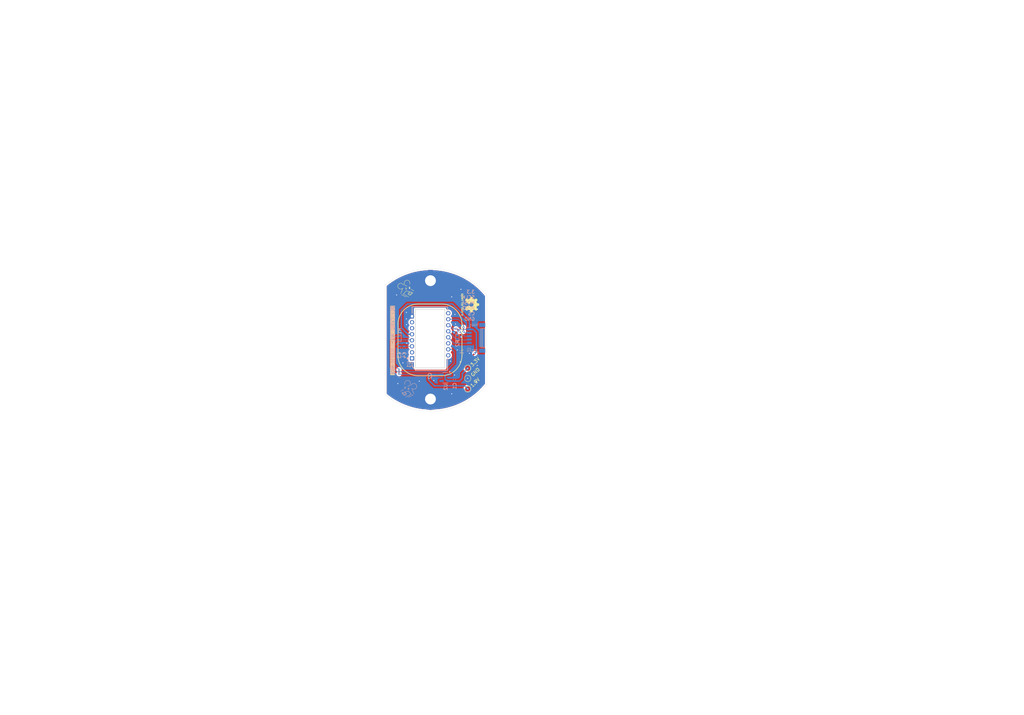
<source format=kicad_pcb>
(kicad_pcb (version 20240108) (generator "pcbnew") (generator_version "8.0")
  (title_block (title "PMW3360 JST Trackball Sensor") (date "2024-11-21") (rev "0") (company "Vincent Franco"))
  (layers (0 "F.Cu" signal) (31 "B.Cu" signal) (34 "B.Paste" user) (35 "F.Paste" user) (36 "B.SilkS" user "B.Silkscreen") (37 "F.SilkS" user "F.Silkscreen") (38 "B.Mask" user) (39 "F.Mask" user) (44 "Edge.Cuts" user))
  (net 0 "")
  (net 1 "1.9V")
  (net 3 "GND")
  (net 4 "Net-(U1-VDDPIX)")
  (net 5 "SCLK")
  (net 6 "MISO")
  (net 7 "MOSI")
  (net 8 "CS")
  (net 9 "Net-(U1-LED_P)")
  (net 17 "3.3V")
  (footprint "TestPoint:TestPoint_Pad_D1.5mm" (layer "F.Cu") (at 138.4 114.8)
    (property "Reference" "TP3" (hide yes))
    (property "Value" "1.9V" (at 2.2 -1.9 45) (layer "F.SilkS"))
    (pad "1" smd circle (at 0 0) (size 1.5 1.5) (layers "F.Cu" "F.Mask") (net 1 "1.9V"))
  )
  (footprint "TestPoint:TestPoint_Pad_D1.5mm" (layer "F.Cu") (at 138.4 111.7)
    (property "Reference" "TP2" (hide yes))
    (property "Value" "GND" (at 2.267344 -1.85 -135) (layer "F.SilkS"))
    (pad "1" smd circle (at 0 0) (size 1.5 1.5) (layers "F.Cu" "F.Mask") (net 3 "GND"))
  )
  (footprint "Symbol:OSHW-Logo2_7.3x6mm_SilkScreen" (layer "F.Cu") (at 139.03 89.87 -90)
    (property "Reference" "REF**" (hide yes))
    (property "Value" "OSHW-Logo2_7.3x6mm_SilkScreen" (hide yes))
  )
  (footprint "TestPoint:TestPoint_Pad_D1.5mm" (layer "F.Cu") (at 138.4 108.7)
    (property "Reference" "TP1" (hide yes))
    (property "Value" "3.3V" (at 2.2 -1.9 -135) (layer "F.SilkS"))
    (pad "1" smd circle (at 0 0) (size 1.5 1.5) (layers "F.Cu" "F.Mask") (net 17 "3.3V"))
  )
  (footprint "MountingHole:MountingHole_3.2mm_M3_Pad" (layer "F.Cu") (at 127.4 117.8 180)
    (property "Reference" "H2" (hide yes))
    (property "Value" "MountingHole_Pad" (hide yes))
    (pad "1" thru_hole circle (at 0 0 180) (size 6.4 6.4) (drill 3.2) (layers "*.Cu" "*.Mask") (net 3 "GND"))
  )
  (footprint "MountingHole:MountingHole_3.2mm_M3_Pad" (layer "F.Cu") (at 127.4 82.8 180)
    (property "Reference" "H1" (hide yes))
    (property "Value" "MountingHole_Pad" (hide yes))
    (pad "1" thru_hole circle (at 0 0 180) (size 6.4 6.4) (drill 3.2) (layers "*.Cu" "*.Mask") (net 3 "GND"))
  )
  (footprint "Capacitor_SMD:C_0402_1005Metric" (layer "B.Cu") (at 128.39125 111 -90)
    (property "Reference" "C2" (at 0 1.16 90) (layer "B.SilkS") (effects (justify mirror)))
    (property "Value" "1uF")
    (pad "1" smd roundrect (at -0.48 0 270) (size 0.56 0.62) (layers "B.Cu" "B.Paste" "B.Mask") (net 1 "1.9V"))
    (pad "2" smd roundrect (at 0.48 0 270) (size 0.56 0.62) (layers "B.Cu" "B.Paste" "B.Mask") (net 3 "GND"))
  )
  (footprint "Package_TO_SOT_SMD:SOT-23-5" (layer "B.Cu") (at 131.8 111.5 180)
    (property "Reference" "U2" (at -0.1 -2.7 -90) (layer "B.SilkS") (effects (justify mirror)))
    (property "Value" "TLV74318PDBVR")
    (pad "1" smd roundrect (at -1.1375 0.949999 180) (size 1.325 0.6) (layers "B.Cu" "B.Paste" "B.Mask") (net 17 "3.3V"))
    (pad "2" smd roundrect (at -1.1375 0 180) (size 1.325 0.6) (layers "B.Cu" "B.Paste" "B.Mask") (net 3 "GND"))
    (pad "3" smd roundrect (at -1.1375 -0.949999 180) (size 1.325 0.6) (layers "B.Cu" "B.Paste" "B.Mask") (net 17 "3.3V"))
    (pad "4" smd roundrect (at 1.1375 -0.949999 180) (size 1.325 0.6) (layers "B.Cu" "B.Paste" "B.Mask"))
    (pad "5" smd roundrect (at 1.1375 0.949999 180) (size 1.325 0.6) (layers "B.Cu" "B.Paste" "B.Mask") (net 1 "1.9V"))
  )
  (footprint "PCM_Resistor_SMD_AKL:R_0402_1005Metric" (layer "B.Cu") (at 135.35 99.53 -90)
    (property "Reference" "R2" (at 1.87 -0.02 90) (layer "B.SilkS") (effects (justify mirror)))
    (property "Value" "10k" (hide yes))
    (pad "1" smd roundrect (at -0.509999 0 270) (size 0.54 0.64) (layers "B.Cu" "B.Paste" "B.Mask") (net 17 "3.3V"))
    (pad "2" smd roundrect (at 0.509999 0 270) (size 0.54 0.64) (layers "B.Cu" "B.Paste" "B.Mask") (net 6 "MISO"))
  )
  (footprint "PCM_Resistor_SMD_AKL:R_0402_1005Metric" (layer "B.Cu") (at 118.27 99.799999 90)
    (property "Reference" "R1" (at 2.1 0 90) (layer "B.SilkS") (effects (justify mirror)))
    (property "Value" "39R" (hide yes))
    (pad "1" smd roundrect (at -0.509999 0 90) (size 0.54 0.64) (layers "B.Cu" "B.Paste" "B.Mask") (net 1 "1.9V"))
    (pad "2" smd roundrect (at 0.509999 0 90) (size 0.54 0.64) (layers "B.Cu" "B.Paste" "B.Mask") (net 9 "Net-(U1-LED_P)"))
  )
  (footprint "PCM_pmw3360_pcb:PMW3360DM-T2QU 16Pin" (layer "B.Cu") (at 127.3 99.6 90)
    (property "Reference" "U1" (at -8 -6.3 -90) (layer "B.SilkS") (effects (justify mirror)))
    (property "Value" "PMW3360DM-T2QU")
    (fp_poly (pts (xy -8.968 -4.35) (xy 8.332 -4.35) (xy 8.332 4.35) (xy -8.968 4.35)) (stroke (width 0.15)) (fill none) (layer "Edge.Cuts"))
    (pad "1" thru_hole rect (at -6.168 -5.35 90) (size 1.25 1.25) (drill 0.75) (layers "*.Cu" "*.Mask"))
    (pad "2" thru_hole oval (at -4.388 -5.35 90) (size 1.25 1.25) (drill 0.75) (layers "*.Cu" "*.Mask"))
    (pad "3" thru_hole oval (at -2.608 -5.35 90) (size 1.25 1.25) (drill 0.75) (layers "*.Cu" "*.Mask") (net 4 "Net-(U1-VDDPIX)"))
    (pad "4" thru_hole oval (at -0.828 -5.35 90) (size 1.25 1.25) (drill 0.75) (layers "*.Cu" "*.Mask") (net 1 "1.9V"))
    (pad "5" thru_hole oval (at 0.952 -5.35 90) (size 1.25 1.25) (drill 0.75) (layers "*.Cu" "*.Mask") (net 17 "3.3V"))
    (pad "6" thru_hole oval (at 2.732 -5.35 90) (size 1.25 1.25) (drill 0.75) (layers "*.Cu" "*.Mask"))
    (pad "7" thru_hole oval (at 4.512 -5.35 90) (size 1.25 1.25) (drill 0.75) (layers "*.Cu" "*.Mask"))
    (pad "8" thru_hole oval (at 6.292 -5.35 90) (size 1.25 1.25) (drill 0.75) (layers "*.Cu" "*.Mask") (net 3 "GND"))
    (pad "9" thru_hole oval (at 7.182 5.35 90) (size 1.25 1.25) (drill 0.75) (layers "*.Cu" "*.Mask"))
    (pad "10" thru_hole oval (at 5.402 5.35 90) (size 1.25 1.25) (drill 0.75) (layers "*.Cu" "*.Mask") (net 5 "SCLK"))
    (pad "11" thru_hole oval (at 3.622 5.35 90) (size 1.25 1.25) (drill 0.75) (layers "*.Cu" "*.Mask") (net 7 "MOSI"))
    (pad "12" thru_hole oval (at 1.842 5.35 90) (size 1.25 1.25) (drill 0.75) (layers "*.Cu" "*.Mask") (net 6 "MISO"))
    (pad "13" thru_hole oval (at 0.062 5.35 90) (size 1.25 1.25) (drill 0.75) (layers "*.Cu" "*.Mask") (net 8 "CS"))
    (pad "14" thru_hole oval (at -1.718 5.35 90) (size 1.25 1.25) (drill 0.75) (layers "*.Cu" "*.Mask"))
    (pad "15" thru_hole oval (at -3.498 5.35 90) (size 1.25 1.25) (drill 0.75) (layers "*.Cu" "*.Mask") (net 9 "Net-(U1-LED_P)"))
    (pad "16" thru_hole oval (at -5.278 5.35 90) (size 1.25 1.25) (drill 0.75) (layers "*.Cu" "*.Mask"))
    (zone (net 0) (net_name "") (layers "*.Cu" "B.CrtYd") (connect_pads (clearance 0)) (min_thickness 0.254)
      (keepout (tracks not_allowed) (vias not_allowed) (pads not_allowed) (copperpour not_allowed) (footprints not_allowed))
      (fill (thermal_gap 0.508) (thermal_bridge_width 0.508))
      (polygon (pts (xy 122.9312 91.2688) (xy 122.982 108.5916) (xy 131.6688 108.5916) (xy 131.6688 91.2688)))
    )
  )
  (footprint "Capacitor_SMD:C_0402_1005Metric" (layer "B.Cu") (at 134.49125 112 90)
    (property "Reference" "C1" (at -1.949999 0.0625 -90) (layer "B.SilkS") (effects (justify mirror)))
    (property "Value" "1uF")
    (pad "1" smd roundrect (at -0.48 0 90) (size 0.56 0.62) (layers "B.Cu" "B.Paste" "B.Mask") (net 17 "3.3V"))
    (pad "2" smd roundrect (at 0.48 0 90) (size 0.56 0.62) (layers "B.Cu" "B.Paste" "B.Mask") (net 3 "GND"))
  )
  (footprint "PCM_marbastlib-xp-various:SM06B-SRSS-TB(LF)(SN)" (layer "B.Cu") (at 141.4 99.7 -90)
    (property "Reference" "J1" (at 4.11 4.74 90) (layer "B.SilkS") (effects (font (thickness 0.1)) (justify mirror)))
    (property "Value" "SM06B-SRSS-TB(LF)(SN)")
    (pad "1" smd rect (at 2.5 2.5 270) (size 0.6 1.4) (layers "B.Cu" "B.Paste" "B.Mask") (net 3 "GND"))
    (pad "2" smd rect (at 1.5 2.5 270) (size 0.6 1.4) (layers "B.Cu" "B.Paste" "B.Mask") (net 8 "CS"))
    (pad "3" smd rect (at 0.5 2.5 270) (size 0.6 1.4) (layers "B.Cu" "B.Paste" "B.Mask") (net 6 "MISO"))
    (pad "4" smd rect (at -0.5 2.5 270) (size 0.6 1.4) (layers "B.Cu" "B.Paste" "B.Mask") (net 7 "MOSI"))
    (pad "5" smd rect (at -1.5 2.5 270) (size 0.6 1.4) (layers "B.Cu" "B.Paste" "B.Mask") (net 5 "SCLK"))
    (pad "6" smd rect (at -2.5 2.5 270) (size 0.6 1.4) (layers "B.Cu" "B.Paste" "B.Mask") (net 17 "3.3V"))
    (pad "MP" smd rect (at -3.8 -1.3 270) (size 1.2 1.8) (layers "B.Cu" "B.Paste" "B.Mask"))
    (pad "MP" smd rect (at 3.8 -1.3 270) (size 1.2 1.8) (layers "B.Cu" "B.Paste" "B.Mask"))
  )
  (footprint "Capacitor_SMD:C_0402_1005Metric" (layer "B.Cu") (at 118.2 102.7 -90)
    (property "Reference" "C3" (at 2.1 0 90) (layer "B.SilkS") (effects (justify mirror)))
    (property "Value" "4.7uF/10V")
    (pad "1" smd roundrect (at -0.48 0 270) (size 0.56 0.62) (layers "B.Cu" "B.Paste" "B.Mask") (net 4 "Net-(U1-VDDPIX)"))
    (pad "2" smd roundrect (at 0.48 0 270) (size 0.56 0.62) (layers "B.Cu" "B.Paste" "B.Mask") (net 3 "GND"))
  )
  (footprint "Capacitor_SMD:C_0402_1005Metric" (layer "B.Cu") (at 119.6 102.7 -90)
    (property "Reference" "C4" (at 2.1 -0.1 90) (layer "B.SilkS") (effects (justify mirror)))
    (property "Value" "100nF")
    (pad "1" smd roundrect (at -0.48 0 270) (size 0.56 0.62) (layers "B.Cu" "B.Paste" "B.Mask") (net 4 "Net-(U1-VDDPIX)"))
    (pad "2" smd roundrect (at 0.48 0 270) (size 0.56 0.62) (layers "B.Cu" "B.Paste" "B.Mask") (net 3 "GND"))
  )
  (gr_line (start 118.6 115.45) (end 119.512132 114.937868) (stroke (width 0.1)) (layer "B.SilkS"))
  (gr_line (start 119.65 114.65) (end 120.15 114.25) (stroke (width 0.1)) (layer "B.SilkS"))
  (gr_line (start 120.9 117.25) (end 122.3 116.55) (stroke (width 0.1)) (layer "B.SilkS"))
  (gr_poly (pts (xy 119.612133 116.737868) (xy 119.912133 116.737868) (xy 119.312132 116.037868) (xy 119.012132 116.137867)) (stroke (width 0.1)) (fill none) (layer "B.SilkS"))
  (gr_arc (start 119.859623 113.503555) (mid 121.1 112.431643) (end 120.63744 114.004401) (stroke (width 0.1)) (layer "B.SilkS"))
  (gr_line (start 120.9 115.45) (end 118.9 115.95) (stroke (width 0.1)) (layer "B.SilkS"))
  (gr_line (start 121.05 115.05) (end 120.75 114.45) (stroke (width 0.1)) (layer "B.SilkS"))
  (gr_line (start 120.65 114.949999) (end 121.15 114.55) (stroke (width 0.1)) (layer "B.SilkS"))
  (gr_poly (pts (xy 120.324264 116.225736) (xy 120.012132 115.837868) (xy 119.812131 115.937868) (xy 120.212132 116.637868)) (stroke (width 0.1)) (fill none) (layer "B.SilkS"))
  (gr_line (start 120.05 114.75) (end 119.75 114.15) (stroke (width 0.1)) (layer "B.SilkS"))
  (gr_arc (start 121.7 113.75) (mid 123.335033 113.869124) (end 121.895847 114.654152) (stroke (width 0.1)) (layer "B.SilkS"))
  (gr_line (start 120.2 117.25) (end 121.7 116.35) (stroke (width 0.1)) (layer "B.SilkS"))
  (gr_line (start 122.5 116.25) (end 121.9 114.750001) (stroke (width 0.1)) (layer "B.SilkS"))
  (gr_line (start 121.7 116.35) (end 120.9 115.45) (stroke (width 0.1)) (layer "B.SilkS"))
  (gr_line (start 119.962132 84.912132) (end 120.462132 85.312132) (stroke (width 0.1)) (layer "F.SilkS"))
  (gr_line (start 123.8 89.7) (end 130.7 89.7) (stroke (width 0.2)) (layer "F.SilkS"))
  (gr_line (start 117.8 104.9) (end 117.8 95.7) (stroke (width 0.2)) (layer "F.SilkS"))
  (gr_arc (start 136.7 104.9) (mid 134.942641 109.142641) (end 130.7 110.9) (stroke (width 0.2)) (layer "F.SilkS"))
  (gr_line (start 121.362132 84.512132) (end 121.062132 85.112132) (stroke (width 0.1)) (layer "F.SilkS"))
  (gr_line (start 120.962132 84.612132) (end 121.462132 85.012132) (stroke (width 0.1)) (layer "F.SilkS"))
  (gr_arc (start 123.8 110.9) (mid 119.557359 109.142641) (end 117.8 104.9) (stroke (width 0.2)) (layer "F.SilkS"))
  (gr_line (start 120.212132 85.812132) (end 119.412132 86.712132) (stroke (width 0.1)) (layer "F.SilkS"))
  (gr_poly (pts (xy 120.787868 86.587868) (xy 121.1 86.2) (xy 121.3 86.3) (xy 120.9 87)) (stroke (width 0.1)) (fill none) (layer "F.SilkS"))
  (gr_line (start 136.7 95.7) (end 136.7 104.9) (stroke (width 0.2)) (layer "F.SilkS"))
  (gr_arc (start 119.216285 85.016284) (mid 117.777098 84.231256) (end 119.412132 84.112132) (stroke (width 0.1)) (layer "F.SilkS"))
  (gr_line (start 119.412132 86.712132) (end 120.912132 87.612132) (stroke (width 0.1)) (layer "F.SilkS"))
  (gr_arc (start 117.8 95.7) (mid 119.557359 91.457359) (end 123.8 89.7) (stroke (width 0.2)) (layer "F.SilkS"))
  (gr_arc (start 130.7 89.7) (mid 134.942641 91.457359) (end 136.7 95.7) (stroke (width 0.2)) (layer "F.SilkS"))
  (gr_poly (pts (xy 121.5 87.1) (xy 121.2 87.1) (xy 121.8 86.4) (xy 122.1 86.5)) (stroke (width 0.1)) (fill none) (layer "F.SilkS"))
  (gr_line (start 118.812132 86.912132) (end 120.212132 87.612132) (stroke (width 0.1)) (layer "F.SilkS"))
  (gr_line (start 130.7 110.9) (end 123.8 110.9) (stroke (width 0.2)) (layer "F.SilkS"))
  (gr_line (start 122.212132 86.312132) (end 120.212132 85.812132) (stroke (width 0.1)) (layer "F.SilkS"))
  (gr_line (start 121.6 85.3) (end 122.512132 85.812132) (stroke (width 0.1)) (layer "F.SilkS"))
  (gr_line (start 119.212132 85.112132) (end 118.612132 86.612132) (stroke (width 0.1)) (layer "F.SilkS"))
  (gr_arc (start 120.474692 84.366533) (mid 120.012132 82.793775) (end 121.252509 83.865686) (stroke (width 0.1)) (layer "F.SilkS"))
  (gr_line (start 120.362132 84.812132) (end 120.062132 85.412132) (stroke (width 0.1)) (layer "F.SilkS"))
  (gr_arc (start 114 84.1) (mid 129.657951 79.323031) (end 144.01542 87.187758) (stroke (width 0.05)) (layer "Edge.Cuts"))
  (gr_line (start 114 84.1) (end 114 116.5) (stroke (width 0.05)) (layer "Edge.Cuts"))
  (gr_arc (start 144.01542 113.412242) (mid 129.657951 121.276969) (end 114 116.5) (stroke (width 0.05)) (layer "Edge.Cuts"))
  (gr_line (start 144.01542 87.187758) (end 144.01542 113.412242) (stroke (width 0.05)) (layer "Edge.Cuts"))
  (gr_text "3.3\nSCLK\nMOSI\nMISO\nCS\nGND" (at 140.58 94.73 0) (layer "B.SilkS") (effects (font (size 1 1)) (justify left bottom mirror)))
  (gr_text "REV0.2 - VINCENT FRANCO" (at 115.6 110.8 270) (layer "B.SilkS" knockout) (effects (font (size 1 1) (thickness 0.1)) (justify left bottom mirror)))
  (gr_text "DESIGNED WITH <3 IN MKE" (at 115.57 90.1 -90) (layer "F.SilkS" knockout) (effects (font (size 1 1)) (justify left bottom)))
  (segment (start 118.13 110.31) (end 118.11 110.29) (width 0.2) (layer "F.Cu") (net 1))
  (segment (start 118.11 110.29) (end 118.11 109.11) (width 0.2) (layer "F.Cu") (net 1))
  (via (at 138.4 114.8) (size 0.6) (drill 0.3) (layers "F.Cu" "B.Cu") (net 1))
  (via (at 118.13 110.31) (size 0.6) (drill 0.3) (layers "F.Cu" "B.Cu") (net 1))
  (via (at 118.11 109.11) (size 0.6) (drill 0.3) (layers "F.Cu" "B.Cu") (net 1))
  (segment (start 128.56 113.89) (end 137.49 113.89) (width 0.4) (layer "B.Cu") (net 1))
  (segment (start 116.57 107.57) (end 116.57 101.22) (width 0.2) (layer "B.Cu") (net 1))
  (segment (start 128.39125 110.52) (end 127.51 110.52) (width 0.4) (layer "B.Cu") (net 1))
  (segment (start 118.11 109.11) (end 116.57 107.57) (width 0.2) (layer "B.Cu") (net 1))
  (segment (start 128.421251 110.550001) (end 128.39125 110.52) (width 0.4) (layer "B.Cu") (net 1))
  (segment (start 118.34 110.52) (end 128.39125 110.52) (width 0.2) (layer "B.Cu") (net 1))
  (segment (start 118.13 110.31) (end 118.34 110.52) (width 0.2) (layer "B.Cu") (net 1))
  (segment (start 126.85 111.18) (end 126.85 112.18) (width 0.4) (layer "B.Cu") (net 1))
  (segment (start 121.831998 100.309998) (end 121.95 100.428) (width 0.2) (layer "B.Cu") (net 1))
  (segment (start 126.85 112.18) (end 128.56 113.89) (width 0.4) (layer "B.Cu") (net 1))
  (segment (start 130.6625 110.550001) (end 128.421251 110.550001) (width 0.4) (layer "B.Cu") (net 1))
  (segment (start 117.480002 100.309998) (end 118.27 100.309998) (width 0.2) (layer "B.Cu") (net 1))
  (segment (start 116.57 101.22) (end 117.480002 100.309998) (width 0.2) (layer "B.Cu") (net 1))
  (segment (start 127.51 110.52) (end 126.85 111.18) (width 0.4) (layer "B.Cu") (net 1))
  (segment (start 137.49 113.89) (end 138.4 114.8) (width 0.4) (layer "B.Cu") (net 1))
  (segment (start 118.27 100.309998) (end 121.831998 100.309998) (width 0.2) (layer "B.Cu") (net 1))
  (via (at 136.4 85.36) (size 0.6) (drill 0.3) (layers "F.Cu" "B.Cu") (net 3))
  (via (at 141.24 107.87) (size 0.6) (drill 0.3) (layers "F.Cu" "B.Cu") (net 3))
  (via (at 140.87 112.74) (size 0.6) (drill 0.3) (layers "F.Cu" "B.Cu") (net 3))
  (via (at 134.62 92.79) (size 0.6) (drill 0.3) (layers "F.Cu" "B.Cu") (net 3))
  (via (at 133.69 116.25) (size 0.6) (drill 0.3) (layers "F.Cu" "B.Cu") (net 3))
  (via (at 138.4 111.7) (size 0.6) (drill 0.3) (layers "F.Cu" "B.Cu") (net 3))
  (via (at 124.1 112.52) (size 0.6) (drill 0.3) (layers "F.Cu" "B.Cu") (net 3))
  (via (at 138.9 104.3) (size 0.6) (drill 0.3) (layers "F.Cu" "B.Cu") (net 3))
  (via (at 120.3 95.8) (size 0.6) (drill 0.3) (layers "F.Cu" "B.Cu") (net 3))
  (via (at 120.3 94.1) (size 0.6) (drill 0.3) (layers "F.Cu" "B.Cu") (net 3))
  (via (at 117.77 113.22) (size 0.6) (drill 0.3) (layers "F.Cu" "B.Cu") (net 3))
  (via (at 120.3 92.2) (size 0.6) (drill 0.3) (layers "F.Cu" "B.Cu") (net 3))
  (via (at 134.5 110.7) (size 0.6) (drill 0.3) (layers "F.Cu" "B.Cu") (net 3))
  (via (at 120.36 101.27) (size 0.6) (drill 0.3) (layers "F.Cu" "B.Cu") (net 3))
  (via (at 133.68 87.58) (size 0.6) (drill 0.3) (layers "F.Cu" "B.Cu") (net 3))
  (via (at 136.44 99.43) (size 0.6) (drill 0.3) (layers "F.Cu" "B.Cu") (net 3))
  (via (at 135.34 103.29) (size 0.6) (drill 0.3) (layers "F.Cu" "B.Cu") (net 3))
  (via (at 117.4 87.02) (size 0.6) (drill 0.3) (layers "F.Cu" "B.Cu") (net 3))
  (via (at 119.61 104.3) (size 0.6) (drill 0.3) (layers "F.Cu" "B.Cu") (net 3))
  (via (at 141.31 91.21) (size 0.6) (drill 0.3) (layers "F.Cu" "B.Cu") (net 3))
  (via (at 118.23 104.33) (size 0.6) (drill 0.3) (layers "F.Cu" "B.Cu") (net 3))
  (via (at 133.31 106.6) (size 0.6) (drill 0.3) (layers "F.Cu" "B.Cu") (net 3))
  (via (at 134.8 95.6) (size 0.6) (drill 0.3) (layers "F.Cu" "B.Cu") (net 3))
  (via (at 134.38 98.18) (size 0.6) (drill 0.3) (layers "F.Cu" "B.Cu") (net 3))
  (via (at 136.18 106.81) (size 0.6) (drill 0.3) (layers "F.Cu" "B.Cu") (net 3))
  (via (at 121.19 85.07) (size 0.6) (drill 0.3) (layers "F.Cu" "B.Cu") (net 3))
  (via (at 128.4 112.3) (size 0.6) (drill 0.3) (layers "F.Cu" "B.Cu") (net 3))
  (via (at 119.27 107.1) (size 0.6) (drill 0.3) (layers "F.Cu" "B.Cu") (net 3))
  (segment (start 139.9 105.3) (end 139.9 110.2) (width 0.4) (layer "B.Cu") (net 3))
  (segment (start 128.4 112.3) (end 128.39125 112.29125) (width 0.4) (layer "B.Cu") (net 3))
  (segment (start 138.9 102.2) (end 138.9 104.3) (width 0.4) (layer "B.Cu") (net 3))
  (segment (start 134.5 111.33) (end 134.4 111.43) (width 0.4) (layer "B.Cu") (net 3))
  (segment (start 134.47125 111.5) (end 134.49125 111.52) (width 0.4) (layer "B.Cu") (net 3))
  (segment (start 134.49 111.52) (end 134.49125 111.52) (width 0.4) (layer "B.Cu") (net 3))
  (segment (start 134.5 110.7) (end 134.5 111.33) (width 0.4) (layer "B.Cu") (net 3))
  (segment (start 132.9375 111.5) (end 134.47125 111.5) (width 0.4) (layer "B.Cu") (net 3))
  (segment (start 128.39125 112.29125) (end 128.39125 111.48) (width 0.4) (layer "B.Cu") (net 3))
  (segment (start 118.2 103.18) (end 118.2 104.3) (width 0.2) (layer "B.Cu") (net 3))
  (segment (start 134.4 111.43) (end 134.49 111.52) (width 0.4) (layer "B.Cu") (net 3))
  (segment (start 119.6 104.29) (end 119.61 104.3) (width 0.2) (layer "B.Cu") (net 3))
  (segment (start 119.6 103.18) (end 119.6 104.29) (width 0.2) (layer "B.Cu") (net 3))
  (segment (start 139.9 110.2) (end 138.4 111.7) (width 0.4) (layer "B.Cu") (net 3))
  (segment (start 118.2 104.3) (end 118.23 104.33) (width 0.2) (layer "B.Cu") (net 3))
  (segment (start 138.9 104.3) (end 139.9 105.3) (width 0.4) (layer "B.Cu") (net 3))
  (segment (start 118.2 102.22) (end 119.6 102.22) (width 0.2) (layer "B.Cu") (net 4))
  (segment (start 121.938 102.22) (end 121.95 102.208) (width 0.2) (layer "B.Cu") (net 4))
  (segment (start 119.6 102.22) (end 121.938 102.22) (width 0.2) (layer "B.Cu") (net 4))
  (segment (start 137.19 96.6) (end 137.16 96.63) (width 0.2) (layer "F.Cu") (net 5))
  (segment (start 137.16 96.63) (end 137.16 97.8) (width 0.2) (layer "F.Cu") (net 5))
  (via (at 137.19 96.6) (size 0.6) (drill 0.3) (layers "F.Cu" "B.Cu") (net 5))
  (via (at 137.16 97.8) (size 0.6) (drill 0.3) (layers "F.Cu" "B.Cu") (net 5))
  (segment (start 137.19 96.6) (end 137.19 95.75) (width 0.2) (layer "B.Cu") (net 5))
  (segment (start 137.16 97.8) (end 137.16 97.83) (width 0.2) (layer "B.Cu") (net 5))
  (segment (start 137.53 98.2) (end 138.9 98.2) (width 0.2) (layer "B.Cu") (net 5))
  (segment (start 137.19 95.75) (end 135.638 94.198) (width 0.2) (layer "B.Cu") (net 5))
  (segment (start 137.16 97.83) (end 137.53 98.2) (width 0.2) (layer "B.Cu") (net 5))
  (segment (start 135.638 94.198) (end 132.65 94.198) (width 0.2) (layer "B.Cu") (net 5))
  (segment (start 134.931999 100.039999) (end 135.35 100.039999) (width 0.2) (layer "B.Cu") (net 6))
  (segment (start 138.78 100.32) (end 138.9 100.2) (width 0.2) (layer "B.Cu") (net 6))
  (segment (start 135.35 100.039999) (end 135.630001 100.32) (width 0.2) (layer "B.Cu") (net 6))
  (segment (start 135.630001 100.32) (end 138.78 100.32) (width 0.2) (layer "B.Cu") (net 6))
  (segment (start 132.65 97.758) (end 134.931999 100.039999) (width 0.2) (layer "B.Cu") (net 6))
  (segment (start 135.225769 97.024004) (end 134.957466 97.024004) (width 0.2) (layer "F.Cu") (net 7))
  (segment (start 136.001765 97.8) (end 135.225769 97.024004) (width 0.2) (layer "F.Cu") (net 7))
  (via (at 136.001765 97.8) (size 0.6) (drill 0.3) (layers "F.Cu" "B.Cu") (net 7))
  (via (at 134.957466 97.024004) (size 0.6) (drill 0.3) (layers "F.Cu" "B.Cu") (net 7))
  (segment (start 132.968 95.978) (end 132.65 95.978) (width 0.2) (layer "B.Cu") (net 7))
  (segment (start 136.001765 97.8) (end 137.401765 99.2) (width 0.2) (layer "B.Cu") (net 7))
  (segment (start 134.014004 97.024004) (end 132.968 95.978) (width 0.2) (layer "B.Cu") (net 7))
  (segment (start 134.957466 97.024004) (end 134.014004 97.024004) (width 0.2) (layer "B.Cu") (net 7))
  (segment (start 137.401765 99.2) (end 138.9 99.2) (width 0.2) (layer "B.Cu") (net 7))
  (segment (start 134.462 101.35) (end 138.75 101.35) (width 0.2) (layer "B.Cu") (net 8))
  (segment (start 132.65 99.538) (end 134.462 101.35) (width 0.2) (layer "B.Cu") (net 8))
  (segment (start 138.75 101.35) (end 138.9 101.2) (width 0.2) (layer "B.Cu") (net 8))
  (segment (start 117.2 99.29) (end 115.96 100.53) (width 0.2) (layer "B.Cu") (net 9))
  (segment (start 117.51 109.71) (end 131.89 109.71) (width 0.2) (layer "B.Cu") (net 9))
  (segment (start 133.698 103.098) (end 132.65 103.098) (width 0.2) (layer "B.Cu") (net 9))
  (segment (start 115.96 108.16) (end 117.51 109.71) (width 0.2) (layer "B.Cu") (net 9))
  (segment (start 134.44 107.16) (end 134.44 103.84) (width 0.2) (layer "B.Cu") (net 9))
  (segment (start 134.44 103.84) (end 133.698 103.098) (width 0.2) (layer "B.Cu") (net 9))
  (segment (start 115.96 100.53) (end 115.96 108.16) (width 0.2) (layer "B.Cu") (net 9))
  (segment (start 131.89 109.71) (end 134.44 107.16) (width 0.2) (layer "B.Cu") (net 9))
  (segment (start 118.27 99.29) (end 117.2 99.29) (width 0.2) (layer "B.Cu") (net 9))
  (segment (start 138.4 106.4) (end 138.4 108.7) (width 0.4) (layer "F.Cu") (net 17))
  (segment (start 140.5 104.3) (end 138.4 106.4) (width 0.4) (layer "F.Cu") (net 17))
  (via (at 138.4 108.7) (size 0.6) (drill 0.3) (layers "F.Cu" "B.Cu") (net 17))
  (via (at 140.5 104.3) (size 0.6) (drill 0.3) (layers "F.Cu" "B.Cu") (net 17))
  (segment (start 132.9375 112.449999) (end 134.461249 112.449999) (width 0.4) (layer "B.Cu") (net 17))
  (segment (start 135.35 97.48) (end 135.63 97.2) (width 0.2) (layer "B.Cu") (net 17))
  (segment (start 133.9 89.7) (end 120.6 89.7) (width 0.4) (layer "B.Cu") (net 17))
  (segment (start 135.35 99.020001) (end 135.35 97.48) (width 0.2) (layer "B.Cu") (net 17))
  (segment (start 136.83 111.61) (end 135.96 112.48) (width 0.4) (layer "B.Cu") (net 17))
  (segment (start 138.9 94.7) (end 133.9 89.7) (width 0.4) (layer "B.Cu") (net 17))
  (segment (start 135.63 97.2) (end 138.9 97.2) (width 0.2) (layer "B.Cu") (net 17))
  (segment (start 140 97.2) (end 138.9 97.2) (width 0.4) (layer "B.Cu") (net 17))
  (segment (start 140.5 104.3) (end 140.97 103.83) (width 0.4) (layer "B.Cu") (net 17))
  (segment (start 140.97 103.83) (end 140.97 98.17) (width 0.4) (layer "B.Cu") (net 17))
  (segment (start 138.4 108.7) (end 136.83 110.27) (width 0.4) (layer "B.Cu") (net 17))
  (segment (start 120.748 98.648) (end 121.95 98.648) (width 0.4) (layer "B.Cu") (net 17))
  (segment (start 140.97 98.17) (end 140 97.2) (width 0.4) (layer "B.Cu") (net 17))
  (segment (start 138.9 97.2) (end 138.9 94.7) (width 0.4) (layer "B.Cu") (net 17))
  (segment (start 131.77 111.944998) (end 131.77 110.84) (width 0.4) (layer "B.Cu") (net 17))
  (segment (start 135.96 112.48) (end 134.49125 112.48) (width 0.4) (layer "B.Cu") (net 17))
  (segment (start 134.461249 112.449999) (end 134.49125 112.48) (width 0.4) (layer "B.Cu") (net 17))
  (segment (start 118.8 91.5) (end 118.8 96.7) (width 0.4) (layer "B.Cu") (net 17))
  (segment (start 132.275001 112.449999) (end 131.77 111.944998) (width 0.4) (layer "B.Cu") (net 17))
  (segment (start 132.9375 112.449999) (end 132.275001 112.449999) (width 0.4) (layer "B.Cu") (net 17))
  (segment (start 118.8 96.7) (end 120.748 98.648) (width 0.4) (layer "B.Cu") (net 17))
  (segment (start 132.059999 110.550001) (end 132.9375 110.550001) (width 0.4) (layer "B.Cu") (net 17))
  (segment (start 136.83 110.27) (end 136.83 111.61) (width 0.4) (layer "B.Cu") (net 17))
  (segment (start 120.6 89.7) (end 118.8 91.5) (width 0.4) (layer "B.Cu") (net 17))
  (segment (start 131.77 110.84) (end 132.059999 110.550001) (width 0.4) (layer "B.Cu") (net 17))
  (zone (net 3) (net_name "GND") (layer "F.Cu") (connect_pads yes (clearance 0.5)) (min_thickness 0.25) (fill yes (thermal_gap 0.5) (thermal_bridge_width 0.5))
    (polygon (pts (xy 0.2 0.2) (xy 297.2 0.2) (xy 296.8 209.9) (xy 0.2 211.2) (xy 0.7 -0.2)))
  )
  (zone (net 3) (net_name "GND") (layer "B.Cu") (priority 1) (connect_pads yes (clearance 0.5)) (min_thickness 0.25) (fill yes (thermal_gap 0.5) (thermal_bridge_width 0.5))
    (polygon (pts (xy 0.7 -0.2) (xy 302.8 0.7) (xy 296.8 209.9) (xy 0.2 211.2) (xy 0.2 0.2)))
  )
)
</source>
